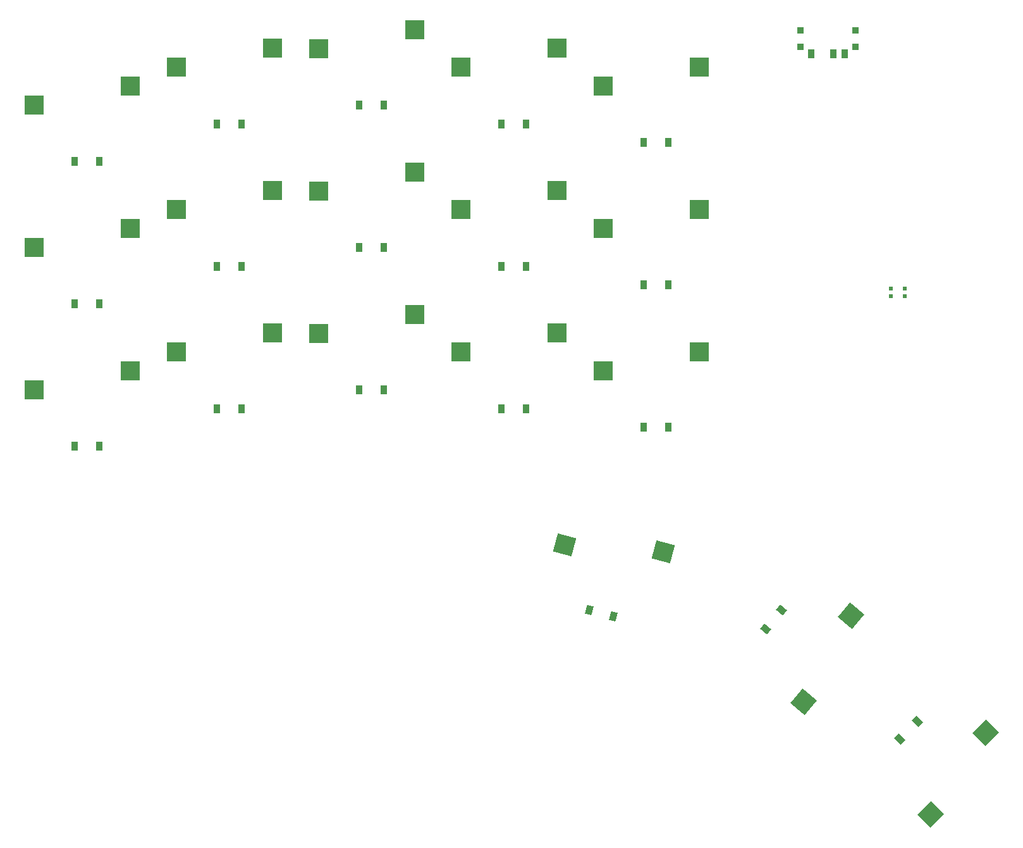
<source format=gbr>
%TF.GenerationSoftware,KiCad,Pcbnew,7.0.10*%
%TF.CreationDate,2024-01-22T21:42:36+02:00*%
%TF.ProjectId,juubo_left_final,6a757562-6f5f-46c6-9566-745f66696e61,v1.0.0*%
%TF.SameCoordinates,Original*%
%TF.FileFunction,Paste,Bot*%
%TF.FilePolarity,Positive*%
%FSLAX46Y46*%
G04 Gerber Fmt 4.6, Leading zero omitted, Abs format (unit mm)*
G04 Created by KiCad (PCBNEW 7.0.10) date 2024-01-22 21:42:36*
%MOMM*%
%LPD*%
G01*
G04 APERTURE LIST*
G04 Aperture macros list*
%AMRotRect*
0 Rectangle, with rotation*
0 The origin of the aperture is its center*
0 $1 length*
0 $2 width*
0 $3 Rotation angle, in degrees counterclockwise*
0 Add horizontal line*
21,1,$1,$2,0,0,$3*%
G04 Aperture macros list end*
%ADD10R,0.900000X0.900000*%
%ADD11R,0.900000X1.250000*%
%ADD12R,0.900000X1.200000*%
%ADD13R,2.550000X2.500000*%
%ADD14RotRect,2.550000X2.500000X345.000000*%
%ADD15RotRect,2.550000X2.500000X230.000000*%
%ADD16RotRect,0.900000X1.200000X345.000000*%
%ADD17RotRect,2.550000X2.500000X225.000000*%
%ADD18RotRect,0.900000X1.200000X225.000000*%
%ADD19RotRect,0.900000X1.200000X230.000000*%
%ADD20R,0.500000X0.475000*%
G04 APERTURE END LIST*
D10*
%TO.C,T1*%
X183913786Y-47312500D03*
X183913786Y-49512500D03*
X191313786Y-47312500D03*
X191313786Y-49512500D03*
D11*
X185363786Y-50487500D03*
X188363786Y-50487500D03*
X189863786Y-50487500D03*
%TD*%
D12*
%TO.C,D4*%
X105763787Y-97935909D03*
X109063787Y-97935909D03*
%TD*%
D13*
%TO.C,S9*%
X119378783Y-49795909D03*
X132305783Y-47255909D03*
%TD*%
D12*
%TO.C,D6*%
X105763784Y-59835912D03*
X109063784Y-59835912D03*
%TD*%
%TO.C,D5*%
X105763783Y-78885908D03*
X109063783Y-78885908D03*
%TD*%
D13*
%TO.C,S1*%
X81278786Y-95395909D03*
X94205786Y-92855909D03*
%TD*%
%TO.C,S6*%
X100328785Y-52295910D03*
X113255785Y-49755910D03*
%TD*%
D12*
%TO.C,D15*%
X162913785Y-62335911D03*
X166213785Y-62335911D03*
%TD*%
D13*
%TO.C,S7*%
X119378784Y-87895911D03*
X132305784Y-85355911D03*
%TD*%
%TO.C,S10*%
X138428785Y-90395910D03*
X151355785Y-87855910D03*
%TD*%
D12*
%TO.C,D8*%
X124813784Y-76385911D03*
X128113784Y-76385911D03*
%TD*%
%TO.C,D9*%
X124813784Y-57335910D03*
X128113784Y-57335910D03*
%TD*%
%TO.C,D11*%
X143863784Y-78885910D03*
X147163784Y-78885910D03*
%TD*%
D14*
%TO.C,S16*%
X152377602Y-116198727D03*
X165521525Y-117091030D03*
%TD*%
D12*
%TO.C,D1*%
X86713784Y-102935911D03*
X90013784Y-102935911D03*
%TD*%
%TO.C,D10*%
X143863785Y-97935908D03*
X147163785Y-97935908D03*
%TD*%
%TO.C,D14*%
X162913786Y-81385910D03*
X166213786Y-81385910D03*
%TD*%
%TO.C,D7*%
X124813785Y-95435911D03*
X128113785Y-95435911D03*
%TD*%
D13*
%TO.C,S12*%
X138428787Y-52295911D03*
X151355787Y-49755911D03*
%TD*%
%TO.C,S3*%
X81278785Y-57295911D03*
X94205785Y-54755911D03*
%TD*%
%TO.C,S11*%
X138428785Y-71345909D03*
X151355785Y-68805909D03*
%TD*%
D15*
%TO.C,S17*%
X190674342Y-125624075D03*
X184310780Y-137159412D03*
%TD*%
D12*
%TO.C,D3*%
X86713786Y-64835909D03*
X90013786Y-64835909D03*
%TD*%
D16*
%TO.C,D16*%
X155675914Y-124888488D03*
X158863470Y-125742590D03*
%TD*%
D12*
%TO.C,D2*%
X86713785Y-83885911D03*
X90013785Y-83885911D03*
%TD*%
D17*
%TO.C,S18*%
X208724892Y-141312413D03*
X201380174Y-152249233D03*
%TD*%
D12*
%TO.C,D13*%
X162913786Y-100435910D03*
X166213786Y-100435910D03*
%TD*%
D13*
%TO.C,S4*%
X100328786Y-90395912D03*
X113255786Y-87855912D03*
%TD*%
%TO.C,S2*%
X81278785Y-76345908D03*
X94205785Y-73805908D03*
%TD*%
%TO.C,S15*%
X157478785Y-54795911D03*
X170405785Y-52255911D03*
%TD*%
%TO.C,S8*%
X119378787Y-68845911D03*
X132305787Y-66305911D03*
%TD*%
D18*
%TO.C,D18*%
X199550183Y-139823956D03*
X197216731Y-142157408D03*
%TD*%
D13*
%TO.C,S14*%
X157478783Y-73845911D03*
X170405783Y-71305911D03*
%TD*%
D19*
%TO.C,D17*%
X181404819Y-124940905D03*
X179283619Y-127468851D03*
%TD*%
D13*
%TO.C,S5*%
X100328784Y-71345910D03*
X113255784Y-68805910D03*
%TD*%
%TO.C,S13*%
X157478786Y-92895911D03*
X170405786Y-90355911D03*
%TD*%
D12*
%TO.C,D12*%
X143863787Y-59835909D03*
X147163787Y-59835909D03*
%TD*%
D20*
%TO.C,DISP1*%
X197901286Y-81873911D03*
X197901286Y-82897911D03*
%TD*%
%TO.C,DISP2*%
X195996287Y-81873909D03*
X195996287Y-82897909D03*
%TD*%
M02*

</source>
